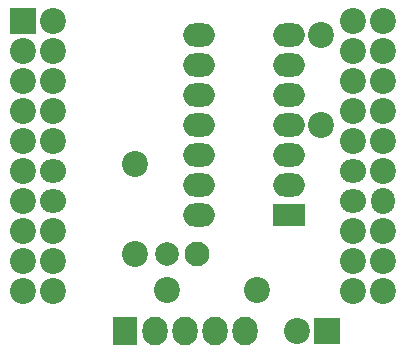
<source format=gbs>
G04 #@! TF.GenerationSoftware,KiCad,Pcbnew,(5.1.4)-1*
G04 #@! TF.CreationDate,2019-10-18T12:55:03+02:00*
G04 #@! TF.ProjectId,FV1-usbprog,4656312d-7573-4627-9072-6f672e6b6963,rev?*
G04 #@! TF.SameCoordinates,Original*
G04 #@! TF.FileFunction,Soldermask,Bot*
G04 #@! TF.FilePolarity,Negative*
%FSLAX46Y46*%
G04 Gerber Fmt 4.6, Leading zero omitted, Abs format (unit mm)*
G04 Created by KiCad (PCBNEW (5.1.4)-1) date 2019-10-18 12:55:03*
%MOMM*%
%LPD*%
G04 APERTURE LIST*
%ADD10O,2.127200X2.432000*%
%ADD11R,2.127200X2.432000*%
%ADD12R,2.200000X2.200000*%
%ADD13C,2.200000*%
%ADD14O,2.200000X2.000000*%
%ADD15O,2.000000X2.200000*%
%ADD16R,2.686000X1.974800*%
%ADD17O,2.686000X1.974800*%
%ADD18C,2.000000*%
%ADD19C,2.100000*%
G04 APERTURE END LIST*
D10*
X183790000Y-135500000D03*
X181250000Y-135500000D03*
X178710000Y-135500000D03*
X176170000Y-135500000D03*
D11*
X173630000Y-135500000D03*
D12*
X165000000Y-109250000D03*
D13*
X167540000Y-109250000D03*
X165000000Y-111790000D03*
X167540000Y-111790000D03*
X165000000Y-114330000D03*
X167540000Y-114330000D03*
X165000000Y-116870000D03*
X167540000Y-116870000D03*
X165000000Y-119410000D03*
X167540000Y-119410000D03*
X165000000Y-121950000D03*
D14*
X167540000Y-121950000D03*
D13*
X165000000Y-124490000D03*
D14*
X167540000Y-124490000D03*
D13*
X165000000Y-127030000D03*
X167540000Y-127030000D03*
X165000000Y-129570000D03*
X167540000Y-129570000D03*
X165000000Y-132110000D03*
X167540000Y-132110000D03*
X195480000Y-132110000D03*
X192940000Y-132110000D03*
X195480000Y-129570000D03*
X192940000Y-129570000D03*
X195480000Y-127030000D03*
X192940000Y-127030000D03*
D15*
X195480000Y-124490000D03*
D14*
X192940000Y-124490000D03*
D13*
X195480000Y-121950000D03*
D14*
X192940000Y-121950000D03*
D13*
X195480000Y-119410000D03*
X192940000Y-119410000D03*
X195480000Y-116870000D03*
X192940000Y-116870000D03*
X195480000Y-114330000D03*
X192940000Y-114330000D03*
X195480000Y-111790000D03*
X192940000Y-111790000D03*
X195480000Y-109250000D03*
X192940000Y-109250000D03*
D16*
X187521746Y-125636521D03*
D17*
X187521746Y-123096521D03*
X187521746Y-120556521D03*
X187521746Y-118016521D03*
X187521746Y-115476521D03*
X187521746Y-112936521D03*
X187521746Y-110396521D03*
X179901746Y-110396521D03*
X179901746Y-112936521D03*
X179901746Y-115476521D03*
X179901746Y-118016521D03*
X179901746Y-120556521D03*
X179901746Y-123096521D03*
X179901746Y-125636521D03*
D12*
X190770000Y-135500000D03*
D13*
X188230000Y-135500000D03*
D18*
X177250000Y-129000000D03*
D19*
X179750000Y-129000000D03*
D13*
X174500000Y-121380000D03*
X174500000Y-129000000D03*
X177250000Y-132000000D03*
X184870000Y-132000000D03*
X190250000Y-118060000D03*
X190250000Y-110440000D03*
M02*

</source>
